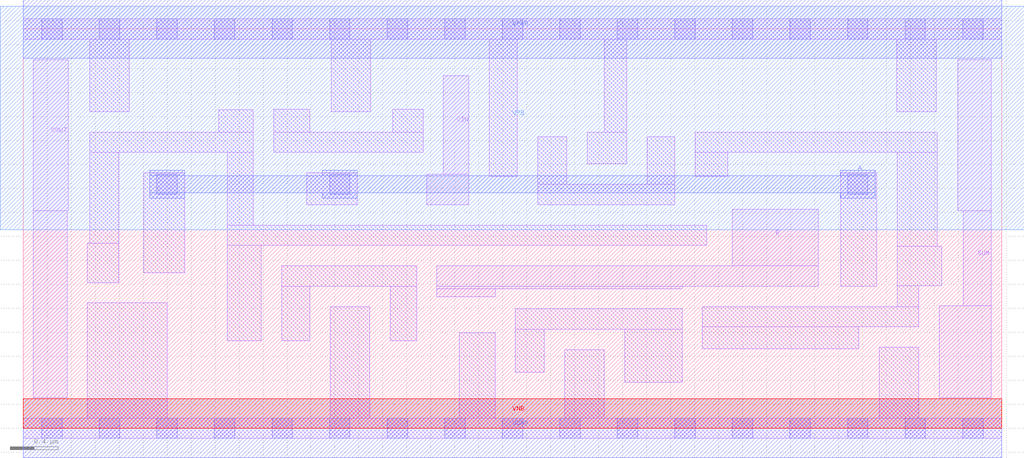
<source format=lef>
# Copyright 2020 The SkyWater PDK Authors
#
# Licensed under the Apache License, Version 2.0 (the "License");
# you may not use this file except in compliance with the License.
# You may obtain a copy of the License at
#
#     https://www.apache.org/licenses/LICENSE-2.0
#
# Unless required by applicable law or agreed to in writing, software
# distributed under the License is distributed on an "AS IS" BASIS,
# WITHOUT WARRANTIES OR CONDITIONS OF ANY KIND, either express or implied.
# See the License for the specific language governing permissions and
# limitations under the License.
#
# SPDX-License-Identifier: Apache-2.0

VERSION 5.7 ;
  NOWIREEXTENSIONATPIN ON ;
  DIVIDERCHAR "/" ;
  BUSBITCHARS "[]" ;
MACRO sky130_fd_sc_lp__fa_1
  CLASS CORE ;
  FOREIGN sky130_fd_sc_lp__fa_1 ;
  ORIGIN  0.000000  0.000000 ;
  SIZE  8.160000 BY  3.330000 ;
  SYMMETRY X Y R90 ;
  SITE unit ;
  PIN A
    ANTENNAGATEAREA  0.504000 ;
    DIRECTION INPUT ;
    USE SIGNAL ;
    PORT
      LAYER met1 ;
        RECT 1.055000 1.920000 1.345000 1.965000 ;
        RECT 1.055000 1.965000 7.105000 2.105000 ;
        RECT 1.055000 2.105000 1.345000 2.150000 ;
        RECT 2.495000 1.920000 2.785000 1.965000 ;
        RECT 2.495000 2.105000 2.785000 2.150000 ;
        RECT 6.815000 1.920000 7.105000 1.965000 ;
        RECT 6.815000 2.105000 7.105000 2.150000 ;
    END
  END A
  PIN B
    ANTENNAGATEAREA  0.504000 ;
    DIRECTION INPUT ;
    USE SIGNAL ;
    PORT
      LAYER li1 ;
        RECT 3.450000 1.095000 3.935000 1.165000 ;
        RECT 3.450000 1.165000 5.495000 1.185000 ;
        RECT 3.450000 1.185000 6.630000 1.355000 ;
        RECT 5.915000 1.355000 6.630000 1.825000 ;
    END
  END B
  PIN CIN
    ANTENNAGATEAREA  0.378000 ;
    DIRECTION INPUT ;
    USE SIGNAL ;
    PORT
      LAYER li1 ;
        RECT 3.365000 1.865000 3.715000 2.120000 ;
        RECT 3.505000 2.120000 3.715000 2.940000 ;
    END
  END CIN
  PIN COUT
    ANTENNADIFFAREA  0.556500 ;
    DIRECTION OUTPUT ;
    USE SIGNAL ;
    PORT
      LAYER li1 ;
        RECT 0.085000 0.255000 0.365000 1.815000 ;
        RECT 0.085000 1.815000 0.375000 3.075000 ;
    END
  END COUT
  PIN SUM
    ANTENNADIFFAREA  0.573300 ;
    DIRECTION OUTPUT ;
    USE SIGNAL ;
    PORT
      LAYER li1 ;
        RECT 7.640000 0.255000 8.075000 1.020000 ;
        RECT 7.795000 1.815000 8.075000 3.075000 ;
        RECT 7.840000 1.020000 8.075000 1.815000 ;
    END
  END SUM
  PIN VGND
    DIRECTION INOUT ;
    USE GROUND ;
    PORT
      LAYER met1 ;
        RECT 0.000000 -0.245000 8.160000 0.245000 ;
    END
  END VGND
  PIN VNB
    DIRECTION INOUT ;
    USE GROUND ;
    PORT
      LAYER pwell ;
        RECT 0.000000 0.000000 8.160000 0.245000 ;
    END
  END VNB
  PIN VPB
    DIRECTION INOUT ;
    USE POWER ;
    PORT
      LAYER nwell ;
        RECT -0.190000 1.655000 8.350000 3.520000 ;
    END
  END VPB
  PIN VPWR
    DIRECTION INOUT ;
    USE POWER ;
    PORT
      LAYER met1 ;
        RECT 0.000000 3.085000 8.160000 3.575000 ;
    END
  END VPWR
  OBS
    LAYER li1 ;
      RECT 0.000000 -0.085000 8.160000 0.085000 ;
      RECT 0.000000  3.245000 8.160000 3.415000 ;
      RECT 0.535000  0.085000 1.200000 1.045000 ;
      RECT 0.535000  1.215000 0.795000 1.545000 ;
      RECT 0.555000  1.545000 0.795000 2.300000 ;
      RECT 0.555000  2.300000 1.920000 2.470000 ;
      RECT 0.555000  2.640000 0.885000 3.245000 ;
      RECT 1.005000  1.295000 1.345000 2.130000 ;
      RECT 1.630000  2.470000 1.920000 2.655000 ;
      RECT 1.700000  0.730000 1.985000 1.525000 ;
      RECT 1.700000  1.525000 5.700000 1.695000 ;
      RECT 1.700000  1.695000 1.920000 2.300000 ;
      RECT 2.090000  2.300000 3.335000 2.470000 ;
      RECT 2.090000  2.470000 2.390000 2.660000 ;
      RECT 2.155000  0.730000 2.390000 1.185000 ;
      RECT 2.155000  1.185000 3.280000 1.355000 ;
      RECT 2.365000  1.865000 2.785000 2.130000 ;
      RECT 2.560000  0.085000 2.890000 1.015000 ;
      RECT 2.570000  2.640000 2.900000 3.245000 ;
      RECT 3.060000  0.730000 3.280000 1.185000 ;
      RECT 3.080000  2.470000 3.335000 2.660000 ;
      RECT 3.635000  0.085000 3.935000 0.795000 ;
      RECT 3.885000  2.100000 4.120000 3.245000 ;
      RECT 4.105000  0.465000 4.345000 0.825000 ;
      RECT 4.105000  0.825000 5.495000 0.995000 ;
      RECT 4.290000  1.865000 5.435000 2.035000 ;
      RECT 4.290000  2.035000 4.535000 2.430000 ;
      RECT 4.515000  0.085000 4.845000 0.655000 ;
      RECT 4.705000  2.205000 5.035000 2.470000 ;
      RECT 4.845000  2.470000 5.035000 3.245000 ;
      RECT 5.015000  0.385000 5.495000 0.825000 ;
      RECT 5.205000  2.035000 5.435000 2.430000 ;
      RECT 5.605000  2.100000 5.875000 2.300000 ;
      RECT 5.605000  2.300000 7.625000 2.470000 ;
      RECT 5.665000  0.665000 6.970000 0.845000 ;
      RECT 5.665000  0.845000 7.470000 1.015000 ;
      RECT 6.820000  1.185000 7.120000 2.130000 ;
      RECT 7.140000  0.085000 7.470000 0.675000 ;
      RECT 7.285000  2.640000 7.615000 3.245000 ;
      RECT 7.290000  1.015000 7.470000 1.190000 ;
      RECT 7.290000  1.190000 7.660000 1.520000 ;
      RECT 7.290000  1.520000 7.625000 2.300000 ;
    LAYER mcon ;
      RECT 0.155000 -0.085000 0.325000 0.085000 ;
      RECT 0.155000  3.245000 0.325000 3.415000 ;
      RECT 0.635000 -0.085000 0.805000 0.085000 ;
      RECT 0.635000  3.245000 0.805000 3.415000 ;
      RECT 1.115000 -0.085000 1.285000 0.085000 ;
      RECT 1.115000  1.950000 1.285000 2.120000 ;
      RECT 1.115000  3.245000 1.285000 3.415000 ;
      RECT 1.595000 -0.085000 1.765000 0.085000 ;
      RECT 1.595000  3.245000 1.765000 3.415000 ;
      RECT 2.075000 -0.085000 2.245000 0.085000 ;
      RECT 2.075000  3.245000 2.245000 3.415000 ;
      RECT 2.555000 -0.085000 2.725000 0.085000 ;
      RECT 2.555000  1.950000 2.725000 2.120000 ;
      RECT 2.555000  3.245000 2.725000 3.415000 ;
      RECT 3.035000 -0.085000 3.205000 0.085000 ;
      RECT 3.035000  3.245000 3.205000 3.415000 ;
      RECT 3.515000 -0.085000 3.685000 0.085000 ;
      RECT 3.515000  3.245000 3.685000 3.415000 ;
      RECT 3.995000 -0.085000 4.165000 0.085000 ;
      RECT 3.995000  3.245000 4.165000 3.415000 ;
      RECT 4.475000 -0.085000 4.645000 0.085000 ;
      RECT 4.475000  3.245000 4.645000 3.415000 ;
      RECT 4.955000 -0.085000 5.125000 0.085000 ;
      RECT 4.955000  3.245000 5.125000 3.415000 ;
      RECT 5.435000 -0.085000 5.605000 0.085000 ;
      RECT 5.435000  3.245000 5.605000 3.415000 ;
      RECT 5.915000 -0.085000 6.085000 0.085000 ;
      RECT 5.915000  3.245000 6.085000 3.415000 ;
      RECT 6.395000 -0.085000 6.565000 0.085000 ;
      RECT 6.395000  3.245000 6.565000 3.415000 ;
      RECT 6.875000 -0.085000 7.045000 0.085000 ;
      RECT 6.875000  1.950000 7.045000 2.120000 ;
      RECT 6.875000  3.245000 7.045000 3.415000 ;
      RECT 7.355000 -0.085000 7.525000 0.085000 ;
      RECT 7.355000  3.245000 7.525000 3.415000 ;
      RECT 7.835000 -0.085000 8.005000 0.085000 ;
      RECT 7.835000  3.245000 8.005000 3.415000 ;
  END
END sky130_fd_sc_lp__fa_1
END LIBRARY

</source>
